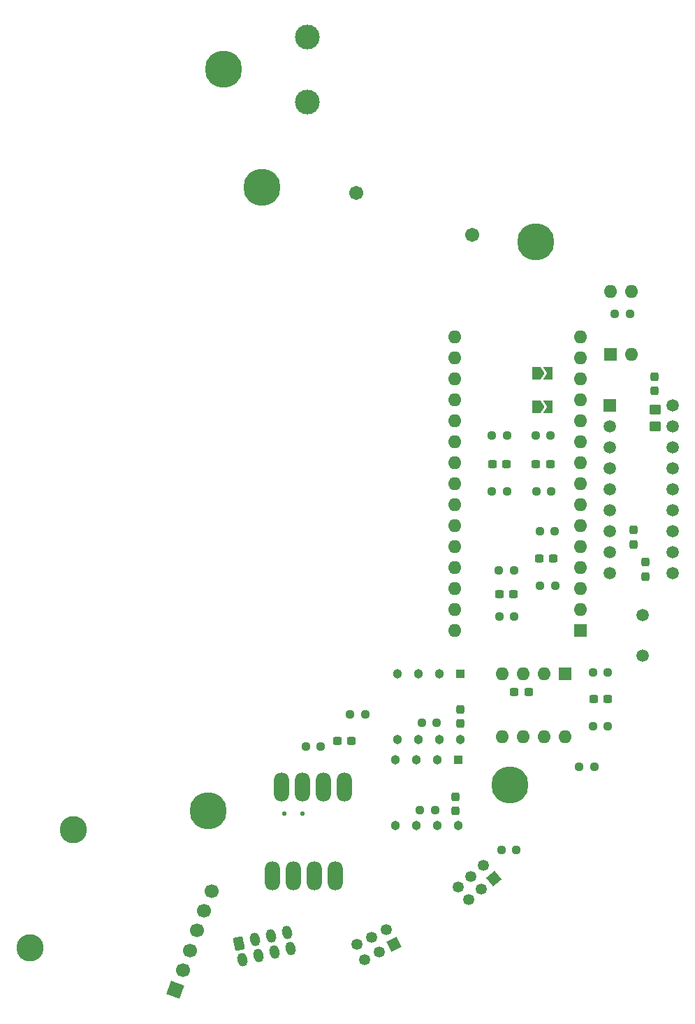
<source format=gbr>
%TF.GenerationSoftware,KiCad,Pcbnew,7.0.1*%
%TF.CreationDate,2023-05-25T18:45:16+09:00*%
%TF.ProjectId,THRControlModuleBoard,54485243-6f6e-4747-926f-6c4d6f64756c,rev?*%
%TF.SameCoordinates,Original*%
%TF.FileFunction,Soldermask,Bot*%
%TF.FilePolarity,Negative*%
%FSLAX46Y46*%
G04 Gerber Fmt 4.6, Leading zero omitted, Abs format (unit mm)*
G04 Created by KiCad (PCBNEW 7.0.1) date 2023-05-25 18:45:16*
%MOMM*%
%LPD*%
G01*
G04 APERTURE LIST*
G04 Aperture macros list*
%AMRoundRect*
0 Rectangle with rounded corners*
0 $1 Rounding radius*
0 $2 $3 $4 $5 $6 $7 $8 $9 X,Y pos of 4 corners*
0 Add a 4 corners polygon primitive as box body*
4,1,4,$2,$3,$4,$5,$6,$7,$8,$9,$2,$3,0*
0 Add four circle primitives for the rounded corners*
1,1,$1+$1,$2,$3*
1,1,$1+$1,$4,$5*
1,1,$1+$1,$6,$7*
1,1,$1+$1,$8,$9*
0 Add four rect primitives between the rounded corners*
20,1,$1+$1,$2,$3,$4,$5,0*
20,1,$1+$1,$4,$5,$6,$7,0*
20,1,$1+$1,$6,$7,$8,$9,0*
20,1,$1+$1,$8,$9,$2,$3,0*%
%AMHorizOval*
0 Thick line with rounded ends*
0 $1 width*
0 $2 $3 position (X,Y) of the first rounded end (center of the circle)*
0 $4 $5 position (X,Y) of the second rounded end (center of the circle)*
0 Add line between two ends*
20,1,$1,$2,$3,$4,$5,0*
0 Add two circle primitives to create the rounded ends*
1,1,$1,$2,$3*
1,1,$1,$4,$5*%
%AMRotRect*
0 Rectangle, with rotation*
0 The origin of the aperture is its center*
0 $1 length*
0 $2 width*
0 $3 Rotation angle, in degrees counterclockwise*
0 Add horizontal line*
21,1,$1,$2,0,0,$3*%
%AMFreePoly0*
4,1,6,1.000000,0.000000,0.500000,-0.750000,-0.500000,-0.750000,-0.500000,0.750000,0.500000,0.750000,1.000000,0.000000,1.000000,0.000000,$1*%
%AMFreePoly1*
4,1,6,0.500000,-0.750000,-0.650000,-0.750000,-0.150000,0.000000,-0.650000,0.750000,0.500000,0.750000,0.500000,-0.750000,0.500000,-0.750000,$1*%
G04 Aperture macros list end*
%ADD10R,1.133000X1.133000*%
%ADD11C,1.133000*%
%ADD12RotRect,1.350000X1.350000X297.000000*%
%ADD13HorizOval,1.350000X0.000000X0.000000X0.000000X0.000000X0*%
%ADD14RotRect,1.350000X1.350000X310.000000*%
%ADD15HorizOval,1.350000X0.000000X0.000000X0.000000X0.000000X0*%
%ADD16C,4.500000*%
%ADD17R,1.600000X1.600000*%
%ADD18O,1.600000X1.600000*%
%ADD19O,1.853200X3.503200*%
%ADD20RoundRect,0.250000X-0.215057X-0.624380X0.467002X-0.466914X0.215057X0.624380X-0.467002X0.466914X0*%
%ADD21HorizOval,1.200000X-0.050614X0.219233X0.050614X-0.219233X0*%
%ADD22C,1.500000*%
%ADD23C,3.302000*%
%ADD24RotRect,1.700000X1.700000X160.000000*%
%ADD25HorizOval,1.700000X0.000000X0.000000X0.000000X0.000000X0*%
%ADD26C,3.000000*%
%ADD27R,1.498600X1.498600*%
%ADD28C,1.498600*%
%ADD29RoundRect,0.250000X-0.450000X0.350000X-0.450000X-0.350000X0.450000X-0.350000X0.450000X0.350000X0*%
%ADD30RoundRect,0.125000X0.125000X0.125000X-0.125000X0.125000X-0.125000X-0.125000X0.125000X-0.125000X0*%
%ADD31FreePoly0,0.000000*%
%ADD32FreePoly1,0.000000*%
%ADD33RoundRect,0.237500X0.237500X-0.300000X0.237500X0.300000X-0.237500X0.300000X-0.237500X-0.300000X0*%
%ADD34RoundRect,0.237500X-0.300000X-0.237500X0.300000X-0.237500X0.300000X0.237500X-0.300000X0.237500X0*%
%ADD35RoundRect,0.237500X-0.250000X-0.237500X0.250000X-0.237500X0.250000X0.237500X-0.250000X0.237500X0*%
%ADD36RoundRect,0.237500X0.250000X0.237500X-0.250000X0.237500X-0.250000X-0.237500X0.250000X-0.237500X0*%
%ADD37RoundRect,0.237500X-0.237500X0.300000X-0.237500X-0.300000X0.237500X-0.300000X0.237500X0.300000X0*%
%ADD38RoundRect,0.237500X0.300000X0.237500X-0.300000X0.237500X-0.300000X-0.237500X0.300000X-0.237500X0*%
%ADD39C,1.710000*%
G04 APERTURE END LIST*
D10*
%TO.C,IC2*%
X139060000Y-114581000D03*
D11*
X136520000Y-114581000D03*
X133980000Y-114581000D03*
X131440000Y-114581000D03*
X131440000Y-122519000D03*
X133980000Y-122519000D03*
X136520000Y-122519000D03*
X139060000Y-122519000D03*
%TD*%
D12*
%TO.C,J2*%
X130986004Y-147333026D03*
D13*
X130078023Y-145551012D03*
X129203990Y-148241007D03*
X128296010Y-146458993D03*
X127421977Y-149148988D03*
X126513996Y-147366974D03*
%TD*%
D14*
%TO.C,J3*%
X143124876Y-139330469D03*
D15*
X141839301Y-137798380D03*
X141592788Y-140616044D03*
X140307212Y-139083956D03*
X140060699Y-141901620D03*
X138775124Y-140369531D03*
%TD*%
D16*
%TO.C,H3*%
X108450000Y-131150000D03*
%TD*%
D17*
%TO.C,U2*%
X151750000Y-114550000D03*
D18*
X149210000Y-114550000D03*
X146670000Y-114550000D03*
X144130000Y-114550000D03*
X144130000Y-122170000D03*
X146670000Y-122170000D03*
X149210000Y-122170000D03*
X151750000Y-122170000D03*
%TD*%
D19*
%TO.C,J5*%
X117390000Y-128250000D03*
X119930000Y-128250000D03*
X122470000Y-128250000D03*
X125010000Y-128250000D03*
%TD*%
D10*
%TO.C,IC1*%
X138760000Y-124981000D03*
D11*
X136220000Y-124981000D03*
X133680000Y-124981000D03*
X131140000Y-124981000D03*
X131140000Y-132919000D03*
X133680000Y-132919000D03*
X136220000Y-132919000D03*
X138760000Y-132919000D03*
%TD*%
D17*
%TO.C,U4*%
X157275000Y-75850000D03*
D18*
X159815000Y-75850000D03*
X159815000Y-68230000D03*
X157275000Y-68230000D03*
%TD*%
D16*
%TO.C,H1*%
X115000000Y-55650000D03*
%TD*%
D20*
%TO.C,J6*%
X112163473Y-147201064D03*
D21*
X112613375Y-149149804D03*
X114112213Y-146751162D03*
X114562115Y-148699902D03*
X116060953Y-146301260D03*
X116510855Y-148250000D03*
X118009693Y-145851358D03*
X118459595Y-147800098D03*
%TD*%
D22*
%TO.C,Y1*%
X161100000Y-112350000D03*
X161100000Y-107470000D03*
%TD*%
D16*
%TO.C,H4*%
X145050000Y-128050000D03*
%TD*%
D23*
%TO.C,U5*%
X86893074Y-147762184D03*
X92105461Y-133441268D03*
D24*
X104512538Y-152823639D03*
D25*
X105381269Y-150436819D03*
X106250000Y-148050000D03*
X107118731Y-145663181D03*
X107987463Y-143276362D03*
X108856194Y-140889542D03*
%TD*%
D18*
%TO.C,A1*%
X138320000Y-109300000D03*
X138320000Y-106760000D03*
X138320000Y-104220000D03*
X138320000Y-101680000D03*
X138320000Y-99140000D03*
X138320000Y-96600000D03*
X138320000Y-94060000D03*
X138320000Y-91520000D03*
X138320000Y-88980000D03*
X138320000Y-86440000D03*
X138320000Y-83900000D03*
X138320000Y-81360000D03*
X138320000Y-78820000D03*
X138320000Y-76280000D03*
X138320000Y-73740000D03*
X153560000Y-73740000D03*
X153560000Y-76280000D03*
X153560000Y-78820000D03*
X153560000Y-81360000D03*
X153560000Y-83900000D03*
X153560000Y-86440000D03*
X153560000Y-88980000D03*
X153560000Y-91520000D03*
X153560000Y-94060000D03*
X153560000Y-96600000D03*
X153560000Y-99140000D03*
X153560000Y-101680000D03*
X153560000Y-104220000D03*
X153560000Y-106760000D03*
D17*
X153560000Y-109300000D03*
%TD*%
D19*
%TO.C,J4*%
X116240000Y-139000000D03*
X118780000Y-139000000D03*
X121320000Y-139000000D03*
X123860000Y-139000000D03*
%TD*%
D16*
%TO.C,H2*%
X148150000Y-62250000D03*
%TD*%
%TO.C,J1*%
X110290000Y-41350000D03*
D26*
X120450000Y-37400000D03*
X120450000Y-45300000D03*
%TD*%
D27*
%TO.C,U3*%
X157140000Y-82090000D03*
D28*
X157140000Y-84630000D03*
X157140000Y-87170000D03*
X157140000Y-89710000D03*
X157140000Y-92250000D03*
X157140000Y-94790000D03*
X157140000Y-97330000D03*
X157140000Y-99870000D03*
X157140000Y-102410000D03*
X164760000Y-102410000D03*
X164760000Y-99870000D03*
X164760000Y-97330000D03*
X164760000Y-94790000D03*
X164760000Y-92250000D03*
X164760000Y-89710000D03*
X164760000Y-87170000D03*
X164760000Y-84630000D03*
X164760000Y-82090000D03*
%TD*%
D29*
%TO.C,R9*%
X162650000Y-82550000D03*
X162650000Y-84550000D03*
%TD*%
D30*
%TO.C,D5*%
X119900000Y-131500000D03*
X117700000Y-131500000D03*
%TD*%
D31*
%TO.C,JP1*%
X148225000Y-82250000D03*
D32*
X149675000Y-82250000D03*
%TD*%
D33*
%TO.C,C10*%
X161500000Y-102762500D03*
X161500000Y-101037500D03*
%TD*%
D34*
%TO.C,C13*%
X148587500Y-100600000D03*
X150312500Y-100600000D03*
%TD*%
D35*
%TO.C,R6*%
X153437500Y-125850000D03*
X155262500Y-125850000D03*
%TD*%
%TO.C,R18*%
X142837500Y-92450000D03*
X144662500Y-92450000D03*
%TD*%
D36*
%TO.C,R20*%
X149962500Y-85650000D03*
X148137500Y-85650000D03*
%TD*%
%TO.C,R16*%
X145562500Y-107650000D03*
X143737500Y-107650000D03*
%TD*%
D35*
%TO.C,R22*%
X125687500Y-119450000D03*
X127512500Y-119450000D03*
%TD*%
%TO.C,R12*%
X155087500Y-120900000D03*
X156912500Y-120900000D03*
%TD*%
%TO.C,R13*%
X155087500Y-114400000D03*
X156912500Y-114400000D03*
%TD*%
D33*
%TO.C,C9*%
X162550000Y-80312500D03*
X162550000Y-78587500D03*
%TD*%
%TO.C,C8*%
X139050000Y-120612500D03*
X139050000Y-118887500D03*
%TD*%
D37*
%TO.C,C11*%
X160000000Y-97137500D03*
X160000000Y-98862500D03*
%TD*%
D38*
%TO.C,C17*%
X144612500Y-89150000D03*
X142887500Y-89150000D03*
%TD*%
D35*
%TO.C,R10*%
X157737500Y-70950000D03*
X159562500Y-70950000D03*
%TD*%
D36*
%TO.C,R7*%
X135962500Y-131100000D03*
X134137500Y-131100000D03*
%TD*%
D35*
%TO.C,R15*%
X148237500Y-92450000D03*
X150062500Y-92450000D03*
%TD*%
D38*
%TO.C,C15*%
X145462500Y-104950000D03*
X143737500Y-104950000D03*
%TD*%
D35*
%TO.C,R17*%
X120287500Y-123400000D03*
X122112500Y-123400000D03*
%TD*%
%TO.C,R24*%
X143987500Y-135900000D03*
X145812500Y-135900000D03*
%TD*%
D38*
%TO.C,C14*%
X149912500Y-89150000D03*
X148187500Y-89150000D03*
%TD*%
D33*
%TO.C,C7*%
X138400000Y-131162500D03*
X138400000Y-129437500D03*
%TD*%
D35*
%TO.C,R14*%
X148687500Y-103900000D03*
X150512500Y-103900000D03*
%TD*%
D38*
%TO.C,C12*%
X156912500Y-117650000D03*
X155187500Y-117650000D03*
%TD*%
D34*
%TO.C,C16*%
X124087500Y-122700000D03*
X125812500Y-122700000D03*
%TD*%
D35*
%TO.C,R19*%
X148652500Y-97300000D03*
X150477500Y-97300000D03*
%TD*%
D38*
%TO.C,C6*%
X147312500Y-116800000D03*
X145587500Y-116800000D03*
%TD*%
D31*
%TO.C,JP2*%
X148225000Y-78150000D03*
D32*
X149675000Y-78150000D03*
%TD*%
D36*
%TO.C,R23*%
X144662500Y-85650000D03*
X142837500Y-85650000D03*
%TD*%
%TO.C,R21*%
X145512500Y-102050000D03*
X143687500Y-102050000D03*
%TD*%
%TO.C,R8*%
X136162500Y-120450000D03*
X134337500Y-120450000D03*
%TD*%
D39*
%TO.C,LS1*%
X140497695Y-61415151D03*
X126402305Y-56284849D03*
%TD*%
M02*

</source>
